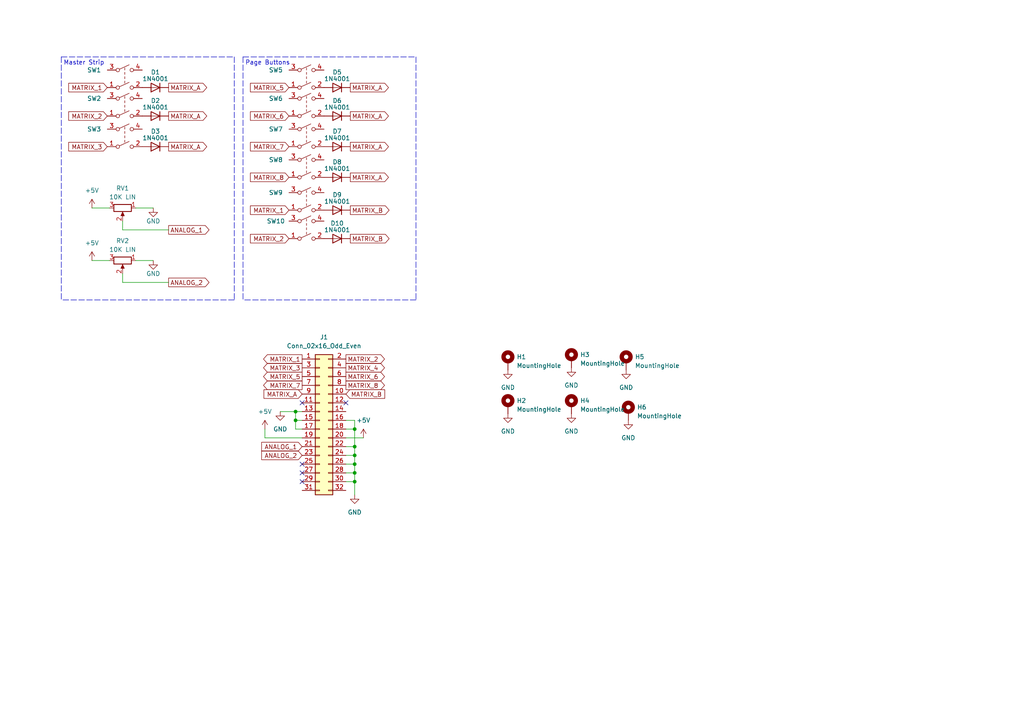
<source format=kicad_sch>
(kicad_sch (version 20211123) (generator eeschema)
  (paper "A4")
  (lib_symbols
    (symbol "Connector_Generic:Conn_02x16_Odd_Even" (pin_names (offset 1.016) hide)
      (property "Reference" "J" (at 1.27 20.32 0))
      (property "Value" "Conn_02x16_Odd_Even" (at 1.27 -22.86 0))
      (symbol "Conn_02x16_Odd_Even_1_1"
        (rectangle (start -1.27 -20.193) (end 0 -20.447) (stroke (width 0.1524)))
        (rectangle (start -1.27 -17.653) (end 0 -17.907) (stroke (width 0.1524)))
        (rectangle (start -1.27 -15.113) (end 0 -15.367) (stroke (width 0.1524)))
        (rectangle (start -1.27 -12.573) (end 0 -12.827) (stroke (width 0.1524)))
        (rectangle (start -1.27 -10.033) (end 0 -10.287) (stroke (width 0.1524)))
        (rectangle (start -1.27 -7.493) (end 0 -7.747) (stroke (width 0.1524)))
        (rectangle (start -1.27 -4.953) (end 0 -5.207) (stroke (width 0.1524)))
        (rectangle (start -1.27 -2.413) (end 0 -2.667) (stroke (width 0.1524)))
        (rectangle (start -1.27 0.127) (end 0 -0.127) (stroke (width 0.1524)))
        (rectangle (start -1.27 2.667) (end 0 2.413) (stroke (width 0.1524)))
        (rectangle (start -1.27 5.207) (end 0 4.953) (stroke (width 0.1524)))
        (rectangle (start -1.27 7.747) (end 0 7.493) (stroke (width 0.1524)))
        (rectangle (start -1.27 10.287) (end 0 10.033) (stroke (width 0.1524)))
        (rectangle (start -1.27 12.827) (end 0 12.573) (stroke (width 0.1524)))
        (rectangle (start -1.27 15.367) (end 0 15.113) (stroke (width 0.1524)))
        (rectangle (start -1.27 17.907) (end 0 17.653) (stroke (width 0.1524)))
        (rectangle (start -1.27 19.05) (end 3.81 -21.59) (stroke (width 0.254)) (fill (type background)))
        (rectangle (start 3.81 -20.193) (end 2.54 -20.447) (stroke (width 0.1524)))
        (rectangle (start 3.81 -17.653) (end 2.54 -17.907) (stroke (width 0.1524)))
        (rectangle (start 3.81 -15.113) (end 2.54 -15.367) (stroke (width 0.1524)))
        (rectangle (start 3.81 -12.573) (end 2.54 -12.827) (stroke (width 0.1524)))
        (rectangle (start 3.81 -10.033) (end 2.54 -10.287) (stroke (width 0.1524)))
        (rectangle (start 3.81 -7.493) (end 2.54 -7.747) (stroke (width 0.1524)))
        (rectangle (start 3.81 -4.953) (end 2.54 -5.207) (stroke (width 0.1524)))
        (rectangle (start 3.81 -2.413) (end 2.54 -2.667) (stroke (width 0.1524)))
        (rectangle (start 3.81 0.127) (end 2.54 -0.127) (stroke (width 0.1524)))
        (rectangle (start 3.81 2.667) (end 2.54 2.413) (stroke (width 0.1524)))
        (rectangle (start 3.81 5.207) (end 2.54 4.953) (stroke (width 0.1524)))
        (rectangle (start 3.81 7.747) (end 2.54 7.493) (stroke (width 0.1524)))
        (rectangle (start 3.81 10.287) (end 2.54 10.033) (stroke (width 0.1524)))
        (rectangle (start 3.81 12.827) (end 2.54 12.573) (stroke (width 0.1524)))
        (rectangle (start 3.81 15.367) (end 2.54 15.113) (stroke (width 0.1524)))
        (rectangle (start 3.81 17.907) (end 2.54 17.653) (stroke (width 0.1524)))
        (pin passive line (at -5.08 17.78 0) (length 3.81) (name "Pin_1") (number "1"))
        (pin passive line (at 7.62 7.62 180) (length 3.81) (name "Pin_10") (number "10"))
        (pin passive line (at -5.08 5.08 0) (length 3.81) (name "Pin_11") (number "11"))
        (pin passive line (at 7.62 5.08 180) (length 3.81) (name "Pin_12") (number "12"))
        (pin passive line (at -5.08 2.54 0) (length 3.81) (name "Pin_13") (number "13"))
        (pin passive line (at 7.62 2.54 180) (length 3.81) (name "Pin_14") (number "14"))
        (pin passive line (at -5.08 0 0) (length 3.81) (name "Pin_15") (number "15"))
        (pin passive line (at 7.62 0 180) (length 3.81) (name "Pin_16") (number "16"))
        (pin passive line (at -5.08 -2.54 0) (length 3.81) (name "Pin_17") (number "17"))
        (pin passive line (at 7.62 -2.54 180) (length 3.81) (name "Pin_18") (number "18"))
        (pin passive line (at -5.08 -5.08 0) (length 3.81) (name "Pin_19") (number "19"))
        (pin passive line (at 7.62 17.78 180) (length 3.81) (name "Pin_2") (number "2"))
        (pin passive line (at 7.62 -5.08 180) (length 3.81) (name "Pin_20") (number "20"))
        (pin passive line (at -5.08 -7.62 0) (length 3.81) (name "Pin_21") (number "21"))
        (pin passive line (at 7.62 -7.62 180) (length 3.81) (name "Pin_22") (number "22"))
        (pin passive line (at -5.08 -10.16 0) (length 3.81) (name "Pin_23") (number "23"))
        (pin passive line (at 7.62 -10.16 180) (length 3.81) (name "Pin_24") (number "24"))
        (pin passive line (at -5.08 -12.7 0) (length 3.81) (name "Pin_25") (number "25"))
        (pin passive line (at 7.62 -12.7 180) (length 3.81) (name "Pin_26") (number "26"))
        (pin passive line (at -5.08 -15.24 0) (length 3.81) (name "Pin_27") (number "27"))
        (pin passive line (at 7.62 -15.24 180) (length 3.81) (name "Pin_28") (number "28"))
        (pin passive line (at -5.08 -17.78 0) (length 3.81) (name "Pin_29") (number "29"))
        (pin passive line (at -5.08 15.24 0) (length 3.81) (name "Pin_3") (number "3"))
        (pin passive line (at 7.62 -17.78 180) (length 3.81) (name "Pin_30") (number "30"))
        (pin passive line (at -5.08 -20.32 0) (length 3.81) (name "Pin_31") (number "31"))
        (pin passive line (at 7.62 -20.32 180) (length 3.81) (name "Pin_32") (number "32"))
        (pin passive line (at 7.62 15.24 180) (length 3.81) (name "Pin_4") (number "4"))
        (pin passive line (at -5.08 12.7 0) (length 3.81) (name "Pin_5") (number "5"))
        (pin passive line (at 7.62 12.7 180) (length 3.81) (name "Pin_6") (number "6"))
        (pin passive line (at -5.08 10.16 0) (length 3.81) (name "Pin_7") (number "7"))
        (pin passive line (at 7.62 10.16 180) (length 3.81) (name "Pin_8") (number "8"))
        (pin passive line (at -5.08 7.62 0) (length 3.81) (name "Pin_9") (number "9"))
      )
    )
    (symbol "Device:R_Potentiometer" (pin_names (offset 1.016) hide)
      (property "Reference" "RV" (at -4.445 0 90))
      (property "Value" "R_Potentiometer" (at -2.54 0 90))
      (symbol "R_Potentiometer_0_1"
        (polyline (pts (xy 2.54 0) (xy 1.524 0)))
        (polyline (pts (xy 1.143 0) (xy 2.286 0.508) (xy 2.286 -0.508) (xy 1.143 0)) (fill (type outline)))
        (rectangle (start 1.016 2.54) (end -1.016 -2.54) (stroke (width 0.254)))
      )
      (symbol "R_Potentiometer_1_1"
        (pin passive line (at 0 3.81 270) (length 1.27) (name "1") (number "1"))
        (pin passive line (at 3.81 0 180) (length 1.27) (name "2") (number "2"))
        (pin passive line (at 0 -3.81 90) (length 1.27) (name "3") (number "3"))
      )
    )
    (symbol "Diode:1N4001" (pin_numbers hide) (pin_names (offset 1.016) hide)
      (property "Reference" "D" (at 0 2.54 0))
      (property "Value" "1N4001" (at 0 -2.54 0))
      (symbol "1N4001_0_1"
        (polyline (pts (xy -1.27 1.27) (xy -1.27 -1.27)) (stroke (width 0.254)))
        (polyline (pts (xy 1.27 0) (xy -1.27 0)))
        (polyline (pts (xy 1.27 1.27) (xy 1.27 -1.27) (xy -1.27 0) (xy 1.27 1.27)) (stroke (width 0.254)))
      )
      (symbol "1N4001_1_1"
        (pin passive line (at -3.81 0 0) (length 2.54) (name "K") (number "1"))
        (pin passive line (at 3.81 0 180) (length 2.54) (name "A") (number "2"))
      )
    )
    (symbol "Mechanical:MountingHole_Pad" (pin_numbers hide) (pin_names (offset 1.016) hide)
      (property "Reference" "H" (at 0 6.35 0))
      (property "Value" "MountingHole_Pad" (at 0 4.445 0))
      (symbol "MountingHole_Pad_0_1"
        (circle (center 0 1.27) (radius 1.27) (stroke (width 1.27)))
      )
      (symbol "MountingHole_Pad_1_1"
        (pin input line (at 0 -2.54 90) (length 2.54) (name "1") (number "1"))
      )
    )
    (symbol "Z8C rev3-cache:Switch_SW_DPST" (pin_names (offset 0) hide)
      (property "Reference" "SW" (at 0 5.08 0))
      (property "Value" "Switch_SW_DPST" (at 0 -5.08 0))
      (symbol "Switch_SW_DPST_0_0"
        (circle (center -2.032 -2.54) (radius 0.508))
        (circle (center -2.032 2.54) (radius 0.508))
        (polyline (pts (xy -1.524 -2.286) (xy 1.27 -1.016)))
        (polyline (pts (xy -1.524 2.794) (xy 1.27 4.064)))
        (polyline (pts (xy 0 -1.27) (xy 0 -0.635)))
        (polyline (pts (xy 0 0) (xy 0 0.635)))
        (polyline (pts (xy 0 1.27) (xy 0 1.905)))
        (polyline (pts (xy 0 2.54) (xy 0 3.175)))
        (circle (center 2.032 -2.54) (radius 0.508))
        (circle (center 2.032 2.54) (radius 0.508))
      )
      (symbol "Switch_SW_DPST_1_1"
        (pin passive line (at -5.08 -2.54 0) (length 2.54) (name "1") (number "1"))
        (pin passive line (at 5.08 -2.54 180) (length 2.54) (name "2") (number "2"))
        (pin passive line (at -5.08 2.54 0) (length 2.54) (name "3") (number "3"))
        (pin passive line (at 5.08 2.54 180) (length 2.54) (name "4") (number "4"))
      )
    )
    (symbol "power:+5V" (power) (pin_names (offset 0))
      (property "Value" "+5V" (at 0 3.556 0))
      (symbol "+5V_0_1"
        (polyline (pts (xy -0.762 1.27) (xy 0 2.54)))
        (polyline (pts (xy 0 0) (xy 0 2.54)))
        (polyline (pts (xy 0 2.54) (xy 0.762 1.27)))
      )
      (symbol "+5V_1_1"
        (pin power_in line (at 0 0 90) (length 0) hide (name "+5V") (number "1"))
      )
    )
    (symbol "power:GND" (power) (pin_names (offset 0))
      (property "Value" "GND" (at 0 -3.81 0))
      (symbol "GND_0_1"
        (polyline (pts (xy 0 0) (xy 0 -1.27) (xy 1.27 -1.27) (xy 0 -2.54) (xy -1.27 -1.27) (xy 0 -1.27)))
      )
      (symbol "GND_1_1"
        (pin power_in line (at 0 0 270) (length 0) hide (name "GND") (number "1"))
      )
    )
  )
  (junction (at 102.87 139.7))
  (junction (at 102.87 129.54))
  (junction (at 102.87 124.46))
  (junction (at 85.725 121.92))
  (junction (at 102.87 132.08))
  (junction (at 85.725 119.38))
  (junction (at 102.87 134.62))
  (junction (at 102.87 137.16))
  (no_connect (at 100.33 116.84))
  (no_connect (at 87.63 116.84))
  (no_connect (at 87.63 134.62))
  (no_connect (at 87.63 137.16))
  (no_connect (at 87.63 139.7))
  (wire (pts (xy 35.56 81.915) (xy 35.56 79.375)))
  (polyline (pts (xy 17.78 16.51) (xy 67.945 16.51)))
  (polyline (pts (xy 67.945 86.995) (xy 17.78 86.995)))
  (wire (pts (xy 102.87 137.16) (xy 102.87 139.7)))
  (wire (pts (xy 35.56 66.675) (xy 35.56 64.135)))
  (polyline (pts (xy 70.485 16.51) (xy 120.65 16.51)))
  (wire (pts (xy 76.835 127) (xy 76.835 124.46)))
  (wire (pts (xy 102.87 129.54) (xy 102.87 124.46)))
  (wire (pts (xy 85.725 124.46) (xy 85.725 121.92)))
  (polyline (pts (xy 120.65 16.51) (xy 120.65 86.995)))
  (wire (pts (xy 87.63 124.46) (xy 85.725 124.46)))
  (wire (pts (xy 87.63 119.38) (xy 85.725 119.38)))
  (wire (pts (xy 102.87 132.08) (xy 102.87 134.62)))
  (polyline (pts (xy 17.78 16.51) (xy 17.78 86.995)))
  (wire (pts (xy 44.45 75.565) (xy 39.37 75.565)))
  (wire (pts (xy 102.87 129.54) (xy 102.87 132.08)))
  (wire (pts (xy 102.87 124.46) (xy 102.87 121.92)))
  (wire (pts (xy 100.33 139.7) (xy 102.87 139.7)))
  (wire (pts (xy 44.45 60.325) (xy 39.37 60.325)))
  (wire (pts (xy 48.895 66.675) (xy 35.56 66.675)))
  (wire (pts (xy 48.895 81.915) (xy 35.56 81.915)))
  (wire (pts (xy 100.33 124.46) (xy 102.87 124.46)))
  (wire (pts (xy 100.33 127) (xy 105.41 127)))
  (polyline (pts (xy 67.945 16.51) (xy 67.945 86.995)))
  (wire (pts (xy 100.33 121.92) (xy 102.87 121.92)))
  (polyline (pts (xy 70.485 16.51) (xy 70.485 86.995)))
  (wire (pts (xy 26.67 75.565) (xy 31.75 75.565)))
  (wire (pts (xy 87.63 127) (xy 76.835 127)))
  (wire (pts (xy 100.33 134.62) (xy 102.87 134.62)))
  (wire (pts (xy 102.87 134.62) (xy 102.87 137.16)))
  (wire (pts (xy 85.725 121.92) (xy 85.725 119.38)))
  (wire (pts (xy 100.33 129.54) (xy 102.87 129.54)))
  (wire (pts (xy 87.63 121.92) (xy 85.725 121.92)))
  (wire (pts (xy 26.67 60.325) (xy 31.75 60.325)))
  (wire (pts (xy 102.87 139.7) (xy 102.87 143.51)))
  (wire (pts (xy 100.33 137.16) (xy 102.87 137.16)))
  (wire (pts (xy 85.725 119.38) (xy 81.28 119.38)))
  (polyline (pts (xy 120.65 86.995) (xy 70.485 86.995)))
  (wire (pts (xy 100.33 132.08) (xy 102.87 132.08)))
  (text "Page Buttons" (at 71.12 19.05 0) (effects (font (size 1.27 1.27)) (justify left bottom)))
  (text "Master Strip\n" (at 18.415 19.05 0) (effects (font (size 1.27 1.27)) (justify left bottom)))
  (global_label "MATRIX_A" (shape output) (at 48.895 42.545 0) (property "Intersheet References" "${INTERSHEET_REFS}" (effects hide)))
  (global_label "MATRIX_1" (shape input) (at 83.82 60.96 180) (property "Intersheet References" "${INTERSHEET_REFS}" (effects hide)))
  (global_label "MATRIX_2" (shape input) (at 83.82 69.215 180) (property "Intersheet References" "${INTERSHEET_REFS}" (effects hide)))
  (global_label "MATRIX_A" (shape output) (at 48.895 33.655 0) (property "Intersheet References" "${INTERSHEET_REFS}" (effects hide)))
  (global_label "ANALOG_2" (shape input) (at 87.63 132.08 180) (property "Intersheet References" "${INTERSHEET_REFS}" (effects hide)))
  (global_label "MATRIX_2" (shape output) (at 100.33 104.14 0) (property "Intersheet References" "${INTERSHEET_REFS}" (effects hide)))
  (global_label "MATRIX_B" (shape input) (at 100.33 114.3 0) (property "Intersheet References" "${INTERSHEET_REFS}" (effects hide)))
  (global_label "MATRIX_A" (shape output) (at 101.6 51.435 0) (property "Intersheet References" "${INTERSHEET_REFS}" (effects hide)))
  (global_label "MATRIX_5" (shape output) (at 87.63 109.22 180) (property "Intersheet References" "${INTERSHEET_REFS}" (effects hide)))
  (global_label "MATRIX_3" (shape input) (at 31.115 42.545 180) (property "Intersheet References" "${INTERSHEET_REFS}" (effects hide)))
  (global_label "MATRIX_3" (shape output) (at 87.63 106.68 180) (property "Intersheet References" "${INTERSHEET_REFS}" (effects hide)))
  (global_label "MATRIX_B" (shape output) (at 101.6 60.96 0) (property "Intersheet References" "${INTERSHEET_REFS}" (effects hide)))
  (global_label "MATRIX_6" (shape input) (at 83.82 33.655 180) (property "Intersheet References" "${INTERSHEET_REFS}" (effects hide)))
  (global_label "MATRIX_A" (shape output) (at 101.6 33.655 0) (property "Intersheet References" "${INTERSHEET_REFS}" (effects hide)))
  (global_label "MATRIX_A" (shape output) (at 48.895 25.4 0) (property "Intersheet References" "${INTERSHEET_REFS}" (effects hide)))
  (global_label "MATRIX_A" (shape output) (at 101.6 25.4 0) (property "Intersheet References" "${INTERSHEET_REFS}" (effects hide)))
  (global_label "MATRIX_8" (shape input) (at 83.82 51.435 180) (property "Intersheet References" "${INTERSHEET_REFS}" (effects hide)))
  (global_label "MATRIX_7" (shape output) (at 87.63 111.76 180) (property "Intersheet References" "${INTERSHEET_REFS}" (effects hide)))
  (global_label "ANALOG_1" (shape input) (at 87.63 129.54 180) (property "Intersheet References" "${INTERSHEET_REFS}" (effects hide)))
  (global_label "MATRIX_8" (shape output) (at 100.33 111.76 0) (property "Intersheet References" "${INTERSHEET_REFS}" (effects hide)))
  (global_label "MATRIX_5" (shape input) (at 83.82 25.4 180) (property "Intersheet References" "${INTERSHEET_REFS}" (effects hide)))
  (global_label "MATRIX_1" (shape input) (at 31.115 25.4 180) (property "Intersheet References" "${INTERSHEET_REFS}" (effects hide)))
  (global_label "MATRIX_4" (shape output) (at 100.33 106.68 0) (property "Intersheet References" "${INTERSHEET_REFS}" (effects hide)))
  (global_label "MATRIX_6" (shape output) (at 100.33 109.22 0) (property "Intersheet References" "${INTERSHEET_REFS}" (effects hide)))
  (global_label "MATRIX_A" (shape input) (at 87.63 114.3 180) (property "Intersheet References" "${INTERSHEET_REFS}" (effects hide)))
  (global_label "MATRIX_A" (shape output) (at 101.6 42.545 0) (property "Intersheet References" "${INTERSHEET_REFS}" (effects hide)))
  (global_label "MATRIX_B" (shape output) (at 101.6 69.215 0) (property "Intersheet References" "${INTERSHEET_REFS}" (effects hide)))
  (global_label "MATRIX_1" (shape output) (at 87.63 104.14 180) (property "Intersheet References" "${INTERSHEET_REFS}" (effects hide)))
  (global_label "ANALOG_1" (shape output) (at 48.895 66.675 0) (property "Intersheet References" "${INTERSHEET_REFS}" (effects hide)))
  (global_label "MATRIX_2" (shape input) (at 31.115 33.655 180) (property "Intersheet References" "${INTERSHEET_REFS}" (effects hide)))
  (global_label "ANALOG_2" (shape output) (at 48.895 81.915 0) (property "Intersheet References" "${INTERSHEET_REFS}" (effects hide)))
  (global_label "MATRIX_7" (shape input) (at 83.82 42.545 180) (property "Intersheet References" "${INTERSHEET_REFS}" (effects hide)))
  (symbol (lib_id "Diode:1N4001") (at 97.79 25.4 180) (unit 1)
    (property "Reference" "D5" (at 97.79 20.955 0))
    (property "Value" "1N4001" (at 97.79 22.86 0))
    (property "Footprint" "Diode_THT:D_DO-41_SOD81_P10.16mm_Horizontal" (effects hide))
    (property "Datasheet" "http://www.vishay.com/docs/88503/1n4001.pdf" (effects hide))
  )
  (symbol (lib_id "Diode:1N4001") (at 97.79 51.435 180) (unit 1)
    (property "Reference" "D8" (at 97.79 46.99 0))
    (property "Value" "1N4001" (at 97.79 48.895 0))
    (property "Footprint" "Diode_THT:D_DO-41_SOD81_P10.16mm_Horizontal" (effects hide))
    (property "Datasheet" "http://www.vishay.com/docs/88503/1n4001.pdf" (effects hide))
  )
  (symbol (lib_id "Mechanical:MountingHole_Pad") (at 165.735 117.475 0) (unit 1)
    (property "Reference" "H4" (at 168.275 116.2049 0) (effects (justify left)))
    (property "Value" "MountingHole" (at 168.275 118.7449 0) (effects (justify left)))
    (property "Footprint" "MountingHole:MountingHole_3.2mm_M3_DIN965_Pad" (effects hide))
  )
  (symbol (lib_id "Mechanical:MountingHole_Pad") (at 147.32 117.475 0) (unit 1)
    (property "Reference" "H2" (at 149.86 116.2049 0) (effects (justify left)))
    (property "Value" "MountingHole" (at 149.86 118.7449 0) (effects (justify left)))
    (property "Footprint" "MountingHole:MountingHole_3.2mm_M3_DIN965_Pad" (effects hide))
  )
  (symbol (lib_id "Device:R_Potentiometer") (at 35.56 60.325 270) (unit 1)
    (property "Reference" "RV1" (at 35.56 54.61 90))
    (property "Value" "10K LIN" (at 35.56 57.15 90))
    (property "Footprint" "w_conn_av:RS100N12-LIN10K" (effects hide))
  )
  (symbol (lib_id "power:GND") (at 44.45 75.565 0) (unit 1)
    (property "Reference" "#PWR06" (effects hide))
    (property "Value" "GND" (at 44.45 79.375 0))
  )
  (symbol (lib_id "Diode:1N4001") (at 97.79 42.545 180) (unit 1)
    (property "Reference" "D7" (at 97.79 38.1 0))
    (property "Value" "1N4001" (at 97.79 40.005 0))
    (property "Footprint" "Diode_THT:D_DO-41_SOD81_P10.16mm_Horizontal" (effects hide))
    (property "Datasheet" "http://www.vishay.com/docs/88503/1n4001.pdf" (effects hide))
  )
  (symbol (lib_id "power:+5V") (at 105.41 127 0) (unit 1)
    (property "Reference" "#PWR08" (effects hide))
    (property "Value" "+5V" (at 105.41 121.92 0))
  )
  (symbol (lib_id "power:GND") (at 165.735 120.015 0) (mirror y) (unit 1)
    (property "Reference" "#PWR014" (effects hide))
    (property "Value" "GND" (at 165.735 125.095 0))
  )
  (symbol (lib_id "Z8C rev3-cache:Switch_SW_DPST") (at 88.9 40.005 0) (unit 1)
    (property "Reference" "SW7" (at 80.01 37.465 0))
    (property "Value" "Switch_SW_DPST" (effects hide))
    (property "Footprint" "cherrymx:SW_Cherry_MX_PCB_1.00u" (effects hide))
  )
  (symbol (lib_id "Diode:1N4001") (at 45.085 25.4 180) (unit 1)
    (property "Reference" "D1" (at 45.085 20.955 0))
    (property "Value" "1N4001" (at 45.085 22.86 0))
    (property "Footprint" "Diode_THT:D_DO-41_SOD81_P10.16mm_Horizontal" (effects hide))
    (property "Datasheet" "http://www.vishay.com/docs/88503/1n4001.pdf" (effects hide))
  )
  (symbol (lib_id "power:GND") (at 165.735 106.68 0) (mirror y) (unit 1)
    (property "Reference" "#PWR013" (effects hide))
    (property "Value" "GND" (at 165.735 111.76 0))
  )
  (symbol (lib_id "power:+5V") (at 26.67 60.325 0) (unit 1)
    (property "Reference" "#PWR01" (effects hide))
    (property "Value" "+5V" (at 26.67 55.245 0))
  )
  (symbol (lib_id "Diode:1N4001") (at 45.085 42.545 180) (unit 1)
    (property "Reference" "D3" (at 45.085 38.1 0))
    (property "Value" "1N4001" (at 45.085 40.005 0))
    (property "Footprint" "Diode_THT:D_DO-41_SOD81_P10.16mm_Horizontal" (effects hide))
    (property "Datasheet" "http://www.vishay.com/docs/88503/1n4001.pdf" (effects hide))
  )
  (symbol (lib_id "power:GND") (at 81.28 119.38 0) (mirror y) (unit 1)
    (property "Reference" "#PWR05" (effects hide))
    (property "Value" "GND" (at 81.28 124.46 0))
  )
  (symbol (lib_id "Z8C rev3-cache:Switch_SW_DPST") (at 88.9 22.86 0) (unit 1)
    (property "Reference" "SW5" (at 80.01 20.32 0))
    (property "Value" "Switch_SW_DPST" (effects hide))
    (property "Footprint" "cherrymx:SW_Cherry_MX_PCB_1.00u" (effects hide))
  )
  (symbol (lib_id "power:GND") (at 147.32 120.015 0) (mirror y) (unit 1)
    (property "Reference" "#PWR011" (effects hide))
    (property "Value" "GND" (at 147.32 125.095 0))
  )
  (symbol (lib_id "power:+5V") (at 76.835 124.46 0) (mirror y) (unit 1)
    (property "Reference" "#PWR03" (effects hide))
    (property "Value" "+5V" (at 76.835 119.38 0))
  )
  (symbol (lib_id "Z8C rev3-cache:Switch_SW_DPST") (at 88.9 58.42 0) (unit 1)
    (property "Reference" "SW9" (at 80.01 55.88 0))
    (property "Value" "Switch_SW_DPST" (effects hide))
    (property "Footprint" "cherrymx:SW_Cherry_MX_PCB_1.00u" (effects hide))
  )
  (symbol (lib_id "power:GND") (at 147.32 107.315 0) (mirror y) (unit 1)
    (property "Reference" "#PWR010" (effects hide))
    (property "Value" "GND" (at 147.32 112.395 0))
  )
  (symbol (lib_id "Z8C rev3-cache:Switch_SW_DPST") (at 36.195 31.115 0) (unit 1)
    (property "Reference" "SW2" (at 27.305 28.575 0))
    (property "Value" "Switch_SW_DPST" (effects hide))
    (property "Footprint" "cherrymx:SW_Cherry_MX_PCB_2.00u" (effects hide))
  )
  (symbol (lib_id "power:+5V") (at 26.67 75.565 0) (unit 1)
    (property "Reference" "#PWR04" (effects hide))
    (property "Value" "+5V" (at 26.67 70.485 0))
  )
  (symbol (lib_id "Device:R_Potentiometer") (at 35.56 75.565 270) (unit 1)
    (property "Reference" "RV2" (at 35.56 69.85 90))
    (property "Value" "10K LIN" (at 35.56 72.39 90))
    (property "Footprint" "w_conn_av:RS100N12-LIN10K" (effects hide))
  )
  (symbol (lib_id "Z8C rev3-cache:Switch_SW_DPST") (at 36.195 22.86 0) (unit 1)
    (property "Reference" "SW1" (at 27.305 20.32 0))
    (property "Value" "Switch_SW_DPST" (effects hide))
    (property "Footprint" "cherrymx:SW_Cherry_MX_PCB_2.00u" (effects hide))
  )
  (symbol (lib_id "Mechanical:MountingHole_Pad") (at 181.61 104.775 0) (unit 1)
    (property "Reference" "H5" (at 184.15 103.5049 0) (effects (justify left)))
    (property "Value" "MountingHole" (at 184.15 106.0449 0) (effects (justify left)))
    (property "Footprint" "MountingHole:MountingHole_3.2mm_M3_DIN965_Pad" (effects hide))
  )
  (symbol (lib_id "Mechanical:MountingHole_Pad") (at 147.32 104.775 0) (unit 1)
    (property "Reference" "H1" (at 149.86 103.5049 0) (effects (justify left)))
    (property "Value" "MountingHole" (at 149.86 106.0449 0) (effects (justify left)))
    (property "Footprint" "MountingHole:MountingHole_3.2mm_M3_DIN965_Pad" (effects hide))
  )
  (symbol (lib_id "Connector_Generic:Conn_02x16_Odd_Even") (at 92.71 121.92 0) (unit 1)
    (property "Reference" "J1" (at 93.98 97.79 0))
    (property "Value" "Conn_02x16_Odd_Even" (at 93.98 100.33 0))
    (property "Footprint" "Connector_IDC:IDC-Header_2x15_P2.54mm_Latch6.5mm_Vertical" (effects hide))
  )
  (symbol (lib_id "Mechanical:MountingHole_Pad") (at 165.735 104.14 0) (unit 1)
    (property "Reference" "H3" (at 168.275 102.8699 0) (effects (justify left)))
    (property "Value" "MountingHole" (at 168.275 105.4099 0) (effects (justify left)))
    (property "Footprint" "MountingHole:MountingHole_3.2mm_M3_DIN965_Pad" (effects hide))
  )
  (symbol (lib_id "power:GND") (at 181.61 107.315 0) (mirror y) (unit 1)
    (property "Reference" "#PWR015" (effects hide))
    (property "Value" "GND" (at 181.61 112.395 0))
  )
  (symbol (lib_id "Z8C rev3-cache:Switch_SW_DPST") (at 36.195 40.005 0) (unit 1)
    (property "Reference" "SW3" (at 27.305 37.465 0))
    (property "Value" "Switch_SW_DPST" (effects hide))
    (property "Footprint" "cherrymx:SW_Cherry_MX_PCB_2.00u" (effects hide))
  )
  (symbol (lib_id "power:GND") (at 102.87 143.51 0) (mirror y) (unit 1)
    (property "Reference" "#PWR07" (effects hide))
    (property "Value" "GND" (at 102.87 148.59 0))
  )
  (symbol (lib_id "Z8C rev3-cache:Switch_SW_DPST") (at 88.9 31.115 0) (unit 1)
    (property "Reference" "SW6" (at 80.01 28.575 0))
    (property "Value" "Switch_SW_DPST" (effects hide))
    (property "Footprint" "cherrymx:SW_Cherry_MX_PCB_1.00u" (effects hide))
  )
  (symbol (lib_id "Diode:1N4001") (at 97.79 69.215 180) (unit 1)
    (property "Reference" "D10" (at 97.79 64.77 0))
    (property "Value" "1N4001" (at 97.79 66.675 0))
    (property "Footprint" "Diode_THT:D_DO-41_SOD81_P10.16mm_Horizontal" (effects hide))
    (property "Datasheet" "http://www.vishay.com/docs/88503/1n4001.pdf" (effects hide))
  )
  (symbol (lib_id "Z8C rev3-cache:Switch_SW_DPST") (at 88.9 48.895 0) (unit 1)
    (property "Reference" "SW8" (at 80.01 46.355 0))
    (property "Value" "Switch_SW_DPST" (effects hide))
    (property "Footprint" "cherrymx:SW_Cherry_MX_PCB_1.00u" (effects hide))
  )
  (symbol (lib_id "Diode:1N4001") (at 97.79 60.96 180) (unit 1)
    (property "Reference" "D9" (at 97.79 56.515 0))
    (property "Value" "1N4001" (at 97.79 58.42 0))
    (property "Footprint" "Diode_THT:D_DO-41_SOD81_P10.16mm_Horizontal" (effects hide))
    (property "Datasheet" "http://www.vishay.com/docs/88503/1n4001.pdf" (effects hide))
  )
  (symbol (lib_id "power:GND") (at 44.45 60.325 0) (unit 1)
    (property "Reference" "#PWR02" (effects hide))
    (property "Value" "GND" (at 44.45 64.135 0))
  )
  (symbol (lib_id "Z8C rev3-cache:Switch_SW_DPST") (at 88.9 66.675 0) (unit 1)
    (property "Reference" "SW10" (at 80.01 64.135 0))
    (property "Value" "Switch_SW_DPST" (effects hide))
    (property "Footprint" "cherrymx:SW_Cherry_MX_PCB_1.00u" (effects hide))
  )
  (symbol (lib_id "Diode:1N4001") (at 45.085 33.655 180) (unit 1)
    (property "Reference" "D2" (at 45.085 29.21 0))
    (property "Value" "1N4001" (at 45.085 31.115 0))
    (property "Footprint" "Diode_THT:D_DO-41_SOD81_P10.16mm_Horizontal" (effects hide))
    (property "Datasheet" "http://www.vishay.com/docs/88503/1n4001.pdf" (effects hide))
  )
  (symbol (lib_id "Mechanical:MountingHole_Pad") (at 182.245 119.38 0) (unit 1)
    (property "Reference" "H6" (at 184.785 118.1099 0) (effects (justify left)))
    (property "Value" "MountingHole" (at 184.785 120.6499 0) (effects (justify left)))
    (property "Footprint" "MountingHole:MountingHole_3.2mm_M3_DIN965_Pad" (effects hide))
  )
  (symbol (lib_id "Diode:1N4001") (at 97.79 33.655 180) (unit 1)
    (property "Reference" "D6" (at 97.79 29.21 0))
    (property "Value" "1N4001" (at 97.79 31.115 0))
    (property "Footprint" "Diode_THT:D_DO-41_SOD81_P10.16mm_Horizontal" (effects hide))
    (property "Datasheet" "http://www.vishay.com/docs/88503/1n4001.pdf" (effects hide))
  )
  (symbol (lib_id "power:GND") (at 182.245 121.92 0) (mirror y) (unit 1)
    (property "Reference" "#PWR016" (effects hide))
    (property "Value" "GND" (at 182.245 127 0))
  )
)
</source>
